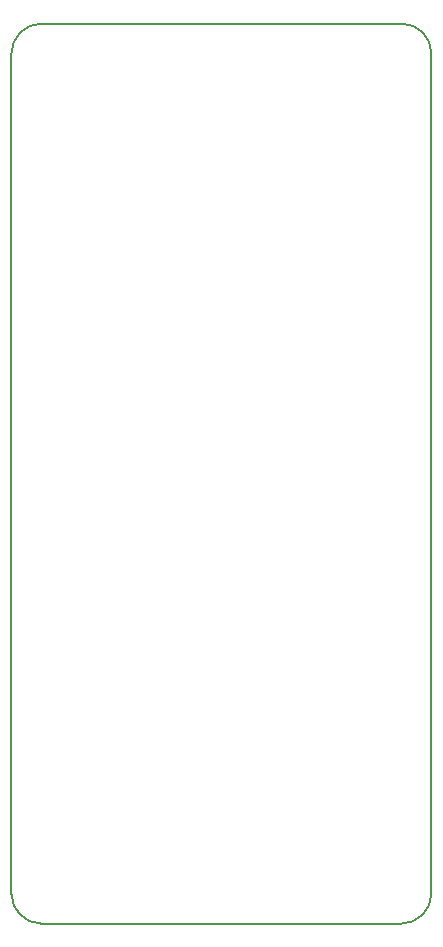
<source format=gm1>
G04 #@! TF.FileFunction,Profile,NP*
%FSLAX46Y46*%
G04 Gerber Fmt 4.6, Leading zero omitted, Abs format (unit mm)*
G04 Created by KiCad (PCBNEW 4.0.1-stable) date 2019/02/22 9:20:12*
%MOMM*%
G01*
G04 APERTURE LIST*
%ADD10C,0.100000*%
%ADD11C,0.150000*%
G04 APERTURE END LIST*
D10*
D11*
X129540000Y-179070000D02*
G75*
G03X132080000Y-181610000I2540000J0D01*
G01*
X162560000Y-181610000D02*
G75*
G03X165100000Y-179070000I0J2540000D01*
G01*
X165100000Y-107950000D02*
G75*
G03X162560000Y-105410000I-2540000J0D01*
G01*
X132080000Y-105410000D02*
G75*
G03X129540000Y-107950000I0J-2540000D01*
G01*
X129540000Y-179070000D02*
X129540000Y-107950000D01*
X162560000Y-181610000D02*
X132080000Y-181610000D01*
X165100000Y-107950000D02*
X165100000Y-179070000D01*
X132080000Y-105410000D02*
X162560000Y-105410000D01*
M02*

</source>
